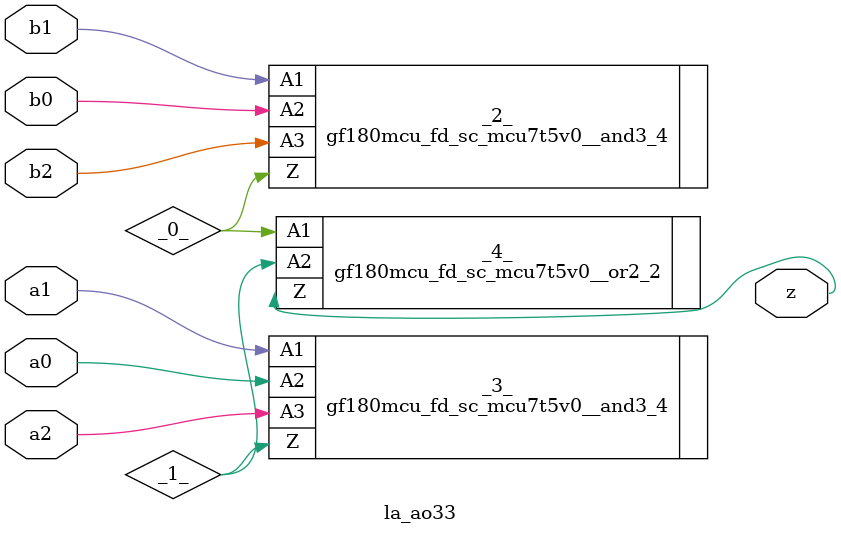
<source format=v>
/* Generated by Yosys 0.37 (git sha1 a5c7f69ed, clang 14.0.0-1ubuntu1.1 -fPIC -Os) */

module la_ao33(a0, a1, a2, b0, b1, b2, z);
  wire _0_;
  wire _1_;
  input a0;
  wire a0;
  input a1;
  wire a1;
  input a2;
  wire a2;
  input b0;
  wire b0;
  input b1;
  wire b1;
  input b2;
  wire b2;
  output z;
  wire z;
  gf180mcu_fd_sc_mcu7t5v0__and3_4 _2_ (
    .A1(b1),
    .A2(b0),
    .A3(b2),
    .Z(_0_)
  );
  gf180mcu_fd_sc_mcu7t5v0__and3_4 _3_ (
    .A1(a1),
    .A2(a0),
    .A3(a2),
    .Z(_1_)
  );
  gf180mcu_fd_sc_mcu7t5v0__or2_2 _4_ (
    .A1(_0_),
    .A2(_1_),
    .Z(z)
  );
endmodule

</source>
